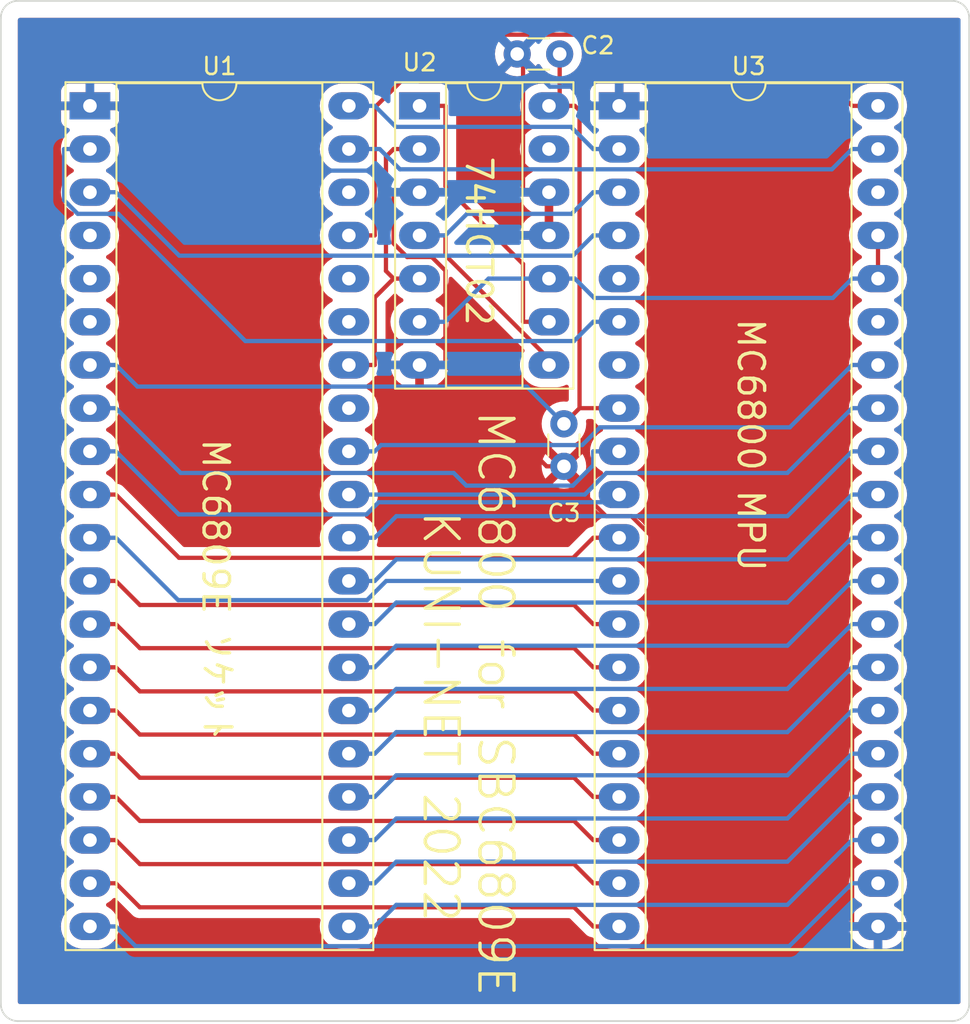
<source format=kicad_pcb>
(kicad_pcb (version 20211014) (generator pcbnew)
  (layers (0 "F.Cu" signal) (31 "B.Cu" signal) (34 "B.Paste" user) (35 "F.Paste" user) (36 "B.SilkS" user "B.Silkscreen") (37 "F.SilkS" user "F.Silkscreen") (38 "B.Mask" user) (39 "F.Mask" user) (44 "Edge.Cuts" user))
  (net 0 "")
  (net 1 "VCC")
  (net 2 "GND")
  (net 3 "/~{NMI}")
  (net 4 "/~{IRQ}")
  (net 8 "/A0")
  (net 9 "/A1")
  (net 10 "/A2")
  (net 11 "/A3")
  (net 12 "/A4")
  (net 13 "/A5")
  (net 14 "/A6")
  (net 15 "/A7")
  (net 16 "/A8")
  (net 17 "/A9")
  (net 18 "/A10")
  (net 19 "/A11")
  (net 20 "/A12")
  (net 21 "/A13")
  (net 22 "/A14")
  (net 23 "/A15")
  (net 24 "/D7")
  (net 25 "/D6")
  (net 26 "/D5")
  (net 27 "/D4")
  (net 28 "/D3")
  (net 29 "/D2")
  (net 30 "/D1")
  (net 31 "/D0")
  (net 32 "/R{slash}~{W}")
  (net 34 "/E")
  (net 37 "/~{RES}")
  (net 39 "/TSC")
  (net 40 "/~{HALT}")
  (net 41 "Net-(U2-Pad1)")
  (net 42 "/PHI1")
  (net 43 "/PHI2")
  (footprint "Package_DIP:DIP-14_W7.62mm_Socket_LongPads" (layer "F.Cu") (at 130.645 74.175)
    (fp_text reference "U2" (at 0 -2.55) (layer "F.SilkS"))
    (fp_text value "74HCT02")
    (fp_line (start -1.44 16.63) (end 9.06 16.63) (layer "F.SilkS") (width 0.12))
    (fp_line (start 9.06 -1.39) (end -1.44 -1.39) (layer "F.SilkS") (width 0.12))
    (fp_line (start 1.56 -1.33) (end 1.56 16.57) (layer "F.SilkS") (width 0.12))
    (fp_line (start 6.06 -1.33) (end 4.81 -1.33) (layer "F.SilkS") (width 0.12))
    (fp_line (start 1.56 16.57) (end 6.06 16.57) (layer "F.SilkS") (width 0.12))
    (fp_line (start 2.81 -1.33) (end 1.56 -1.33) (layer "F.SilkS") (width 0.12))
    (fp_line (start 6.06 16.57) (end 6.06 -1.33) (layer "F.SilkS") (width 0.12))
    (fp_line (start -1.44 -1.39) (end -1.44 16.63) (layer "F.SilkS") (width 0.12))
    (fp_line (start 9.06 16.63) (end 9.06 -1.39) (layer "F.SilkS") (width 0.12))
    (fp_arc (start 4.81 -1.33) (mid 3.81 -0.33) (end 2.81 -1.33) (layer "F.SilkS") (width 0.12))
    (pad "1" thru_hole rect (at 0 0) (size 2.4 1.6) (drill 0.8) (layers *.Cu *.Mask) (net 41 "Net-(U2-Pad1)"))
    (pad "2" thru_hole oval (at 0 2.54) (size 2.4 1.6) (drill 0.8) (layers *.Cu *.Mask) (net 34 "/E"))
    (pad "3" thru_hole oval (at 0 5.08) (size 2.4 1.6) (drill 0.8) (layers *.Cu *.Mask) (net 2 "GND"))
    (pad "4" thru_hole oval (at 0 7.62) (size 2.4 1.6) (drill 0.8) (layers *.Cu *.Mask) (net 42 "/PHI1"))
    (pad "5" thru_hole oval (at 0 10.16) (size 2.4 1.6) (drill 0.8) (layers *.Cu *.Mask) (net 34 "/E"))
    (pad "6" thru_hole oval (at 0 12.7) (size 2.4 1.6) (drill 0.8) (layers *.Cu *.Mask) (net 43 "/PHI2"))
    (pad "7" thru_hole oval (at 0 15.24) (size 2.4 1.6) (drill 0.8) (layers *.Cu *.Mask) (net 2 "GND"))
    (pad "8" thru_hole oval (at 7.62 15.24) (size 2.4 1.6) (drill 0.8) (layers *.Cu *.Mask) (net 42 "/PHI1"))
    (pad "9" thru_hole oval (at 7.62 12.7) (size 2.4 1.6) (drill 0.8) (layers *.Cu *.Mask) (net 41 "Net-(U2-Pad1)"))
    (pad "10" thru_hole oval (at 7.62 10.16) (size 2.4 1.6) (drill 0.8) (layers *.Cu *.Mask) (net 43 "/PHI2"))
    (pad "11" thru_hole oval (at 7.62 7.62) (size 2.4 1.6) (drill 0.8) (layers *.Cu *.Mask) (net 2 "GND"))
    (pad "12" thru_hole oval (at 7.62 5.08) (size 2.4 1.6) (drill 0.8) (layers *.Cu *.Mask) (net 2 "GND"))
    (pad "13" thru_hole oval (at 7.62 2.54) (size 2.4 1.6) (drill 0.8) (layers *.Cu *.Mask))
    (pad "14" thru_hole oval (at 7.62 0) (size 2.4 1.6) (drill 0.8) (layers *.Cu *.Mask) (net 1 "VCC"))
  )
  (footprint "Package_DIP:DIP-40_W15.24mm_Socket_LongPads" (layer "F.Cu") (at 111.245 74.175)
    (fp_text reference "U1" (at 7.62 -2.33) (layer "F.SilkS"))
    (fp_text value "MC6809E ソケット")
    (fp_line (start -1.44 49.65) (end 16.68 49.65) (layer "F.SilkS") (width 0.12))
    (fp_line (start 1.56 -1.33) (end 1.56 49.59) (layer "F.SilkS") (width 0.12))
    (fp_line (start 13.68 49.59) (end 13.68 -1.33) (layer "F.SilkS") (width 0.12))
    (fp_line (start 1.56 49.59) (end 13.68 49.59) (layer "F.SilkS") (width 0.12))
    (fp_line (start 13.68 -1.33) (end 8.62 -1.33) (layer "F.SilkS") (width 0.12))
    (fp_line (start 16.68 49.65) (end 16.68 -1.39) (layer "F.SilkS") (width 0.12))
    (fp_line (start -1.44 -1.39) (end -1.44 49.65) (layer "F.SilkS") (width 0.12))
    (fp_line (start 16.68 -1.39) (end -1.44 -1.39) (layer "F.SilkS") (width 0.12))
    (fp_line (start 6.62 -1.33) (end 1.56 -1.33) (layer "F.SilkS") (width 0.12))
    (fp_arc (start 8.62 -1.33) (mid 7.62 -0.33) (end 6.62 -1.33) (layer "F.SilkS") (width 0.12))
    (pad "1" thru_hole rect (at 0 0) (size 2.4 1.6) (drill 0.8) (layers *.Cu *.Mask) (net 2 "GND"))
    (pad "2" thru_hole oval (at 0 2.54) (size 2.4 1.6) (drill 0.8) (layers *.Cu *.Mask) (net 3 "/~{NMI}"))
    (pad "3" thru_hole oval (at 0 5.08) (size 2.4 1.6) (drill 0.8) (layers *.Cu *.Mask) (net 4 "/~{IRQ}"))
    (pad "4" thru_hole oval (at 0 7.62) (size 2.4 1.6) (drill 0.8) (layers *.Cu *.Mask))
    (pad "5" thru_hole oval (at 0 10.16) (size 2.4 1.6) (drill 0.8) (layers *.Cu *.Mask))
    (pad "6" thru_hole oval (at 0 12.7) (size 2.4 1.6) (drill 0.8) (layers *.Cu *.Mask))
    (pad "7" thru_hole oval (at 0 15.24) (size 2.4 1.6) (drill 0.8) (layers *.Cu *.Mask) (net 1 "VCC"))
    (pad "8" thru_hole oval (at 0 17.78) (size 2.4 1.6) (drill 0.8) (layers *.Cu *.Mask) (net 8 "/A0"))
    (pad "9" thru_hole oval (at 0 20.32) (size 2.4 1.6) (drill 0.8) (layers *.Cu *.Mask) (net 9 "/A1"))
    (pad "10" thru_hole oval (at 0 22.86) (size 2.4 1.6) (drill 0.8) (layers *.Cu *.Mask) (net 10 "/A2"))
    (pad "11" thru_hole oval (at 0 25.4) (size 2.4 1.6) (drill 0.8) (layers *.Cu *.Mask) (net 11 "/A3"))
    (pad "12" thru_hole oval (at 0 27.94) (size 2.4 1.6) (drill 0.8) (layers *.Cu *.Mask) (net 12 "/A4"))
    (pad "13" thru_hole oval (at 0 30.48) (size 2.4 1.6) (drill 0.8) (layers *.Cu *.Mask) (net 13 "/A5"))
    (pad "14" thru_hole oval (at 0 33.02) (size 2.4 1.6) (drill 0.8) (layers *.Cu *.Mask) (net 14 "/A6"))
    (pad "15" thru_hole oval (at 0 35.56) (size 2.4 1.6) (drill 0.8) (layers *.Cu *.Mask) (net 15 "/A7"))
    (pad "16" thru_hole oval (at 0 38.1) (size 2.4 1.6) (drill 0.8) (layers *.Cu *.Mask) (net 16 "/A8"))
    (pad "17" thru_hole oval (at 0 40.64) (size 2.4 1.6) (drill 0.8) (layers *.Cu *.Mask) (net 17 "/A9"))
    (pad "18" thru_hole oval (at 0 43.18) (size 2.4 1.6) (drill 0.8) (layers *.Cu *.Mask) (net 18 "/A10"))
    (pad "19" thru_hole oval (at 0 45.72) (size 2.4 1.6) (drill 0.8) (layers *.Cu *.Mask) (net 19 "/A11"))
    (pad "20" thru_hole oval (at 0 48.26) (size 2.4 1.6) (drill 0.8) (layers *.Cu *.Mask) (net 20 "/A12"))
    (pad "21" thru_hole oval (at 15.24 48.26) (size 2.4 1.6) (drill 0.8) (layers *.Cu *.Mask) (net 21 "/A13"))
    (pad "22" thru_hole oval (at 15.24 45.72) (size 2.4 1.6) (drill 0.8) (layers *.Cu *.Mask) (net 22 "/A14"))
    (pad "23" thru_hole oval (at 15.24 43.18) (size 2.4 1.6) (drill 0.8) (layers *.Cu *.Mask) (net 23 "/A15"))
    (pad "24" thru_hole oval (at 15.24 40.64) (size 2.4 1.6) (drill 0.8) (layers *.Cu *.Mask) (net 24 "/D7"))
    (pad "25" thru_hole oval (at 15.24 38.1) (size 2.4 1.6) (drill 0.8) (layers *.Cu *.Mask) (net 25 "/D6"))
    (pad "26" thru_hole oval (at 15.24 35.56) (size 2.4 1.6) (drill 0.8) (layers *.Cu *.Mask) (net 26 "/D5"))
    (pad "27" thru_hole oval (at 15.24 33.02) (size 2.4 1.6) (drill 0.8) (layers *.Cu *.Mask) (net 27 "/D4"))
    (pad "28" thru_hole oval (at 15.24 30.48) (size 2.4 1.6) (drill 0.8) (layers *.Cu *.Mask) (net 28 "/D3"))
    (pad "29" thru_hole oval (at 15.24 27.94) (size 2.4 1.6) (drill 0.8) (layers *.Cu *.Mask) (net 29 "/D2"))
    (pad "30" thru_hole oval (at 15.24 25.4) (size 2.4 1.6) (drill 0.8) (layers *.Cu *.Mask) (net 30 "/D1"))
    (pad "31" thru_hole oval (at 15.24 22.86) (size 2.4 1.6) (drill 0.8) (layers *.Cu *.Mask) (net 31 "/D0"))
    (pad "32" thru_hole oval (at 15.24 20.32) (size 2.4 1.6) (drill 0.8) (layers *.Cu *.Mask) (net 32 "/R{slash}~{W}"))
    (pad "33" thru_hole oval (at 15.24 17.78) (size 2.4 1.6) (drill 0.8) (layers *.Cu *.Mask))
    (pad "34" thru_hole oval (at 15.24 15.24) (size 2.4 1.6) (drill 0.8) (layers *.Cu *.Mask) (net 34 "/E"))
    (pad "35" thru_hole oval (at 15.24 12.7) (size 2.4 1.6) (drill 0.8) (layers *.Cu *.Mask))
    (pad "36" thru_hole oval (at 15.24 10.16) (size 2.4 1.6) (drill 0.8) (layers *.Cu *.Mask))
    (pad "37" thru_hole oval (at 15.24 7.62) (size 2.4 1.6) (drill 0.8) (layers *.Cu *.Mask) (net 37 "/~{RES}"))
    (pad "38" thru_hole oval (at 15.24 5.08) (size 2.4 1.6) (drill 0.8) (layers *.Cu *.Mask))
    (pad "39" thru_hole oval (at 15.24 2.54) (size 2.4 1.6) (drill 0.8) (layers *.Cu *.Mask) (net 39 "/TSC"))
    (pad "40" thru_hole oval (at 15.24 0) (size 2.4 1.6) (drill 0.8) (layers *.Cu *.Mask) (net 40 "/~{HALT}"))
  )
  (footprint "Capacitor_THT:C_Disc_D3.0mm_W1.6mm_P2.50mm" (layer "F.Cu") (at 139.145 92.875 -90)
    (fp_text reference "C3" (at 5.25 0 180) (layer "F.SilkS"))
    (fp_text value "0.1u")
    (fp_line (start 0.621 0.92) (end 1.879 0.92) (layer "F.SilkS") (width 0.12))
    (fp_line (start 0.621 -0.92) (end 1.879 -0.92) (layer "F.SilkS") (width 0.12))
    (pad "1" thru_hole circle (at 0 0 270) (size 1.6 1.6) (drill 0.8) (layers *.Cu *.Mask) (net 1 "VCC"))
    (pad "2" thru_hole circle (at 2.5 0 270) (size 1.6 1.6) (drill 0.8) (layers *.Cu *.Mask) (net 2 "GND"))
  )
  (footprint "Capacitor_THT:C_Disc_D3.0mm_W1.6mm_P2.50mm" (layer "F.Cu") (at 138.895 71.125 180)
    (fp_text reference "C2" (at -2.25 0.5) (layer "F.SilkS"))
    (fp_text value "0.1u")
    (fp_line (start 0.621 0.92) (end 1.879 0.92) (layer "F.SilkS") (width 0.12))
    (fp_line (start 0.621 -0.92) (end 1.879 -0.92) (layer "F.SilkS") (width 0.12))
    (pad "1" thru_hole circle (at 0 0 180) (size 1.6 1.6) (drill 0.8) (layers *.Cu *.Mask) (net 1 "VCC"))
    (pad "2" thru_hole circle (at 2.5 0 180) (size 1.6 1.6) (drill 0.8) (layers *.Cu *.Mask) (net 2 "GND"))
  )
  (footprint "Package_DIP:DIP-40_W15.24mm_Socket_LongPads" (layer "F.Cu") (at 142.395 74.175)
    (fp_text reference "U3" (at 7.62 -2.33) (layer "F.SilkS"))
    (fp_text value "MC6800")
    (fp_line (start 13.68 49.59) (end 13.68 -1.33) (layer "F.SilkS") (width 0.12))
    (fp_line (start 1.56 49.59) (end 13.68 49.59) (layer "F.SilkS") (width 0.12))
    (fp_line (start -1.44 -1.39) (end -1.44 49.65) (layer "F.SilkS") (width 0.12))
    (fp_line (start 13.68 -1.33) (end 8.62 -1.33) (layer "F.SilkS") (width 0.12))
    (fp_line (start 6.62 -1.33) (end 1.56 -1.33) (layer "F.SilkS") (width 0.12))
    (fp_line (start 16.68 49.65) (end 16.68 -1.39) (layer "F.SilkS") (width 0.12))
    (fp_line (start -1.44 49.65) (end 16.68 49.65) (layer "F.SilkS") (width 0.12))
    (fp_line (start 16.68 -1.39) (end -1.44 -1.39) (layer "F.SilkS") (width 0.12))
    (fp_line (start 1.56 -1.33) (end 1.56 49.59) (layer "F.SilkS") (width 0.12))
    (fp_arc (start 8.62 -1.33) (mid 7.62 -0.33) (end 6.62 -1.33) (layer "F.SilkS") (width 0.12))
    (pad "1" thru_hole rect (at 0 0) (size 2.4 1.6) (drill 0.8) (layers *.Cu *.Mask) (net 2 "GND"))
    (pad "2" thru_hole oval (at 0 2.54) (size 2.4 1.6) (drill 0.8) (layers *.Cu *.Mask) (net 40 "/~{HALT}"))
    (pad "3" thru_hole oval (at 0 5.08) (size 2.4 1.6) (drill 0.8) (layers *.Cu *.Mask) (net 42 "/PHI1"))
    (pad "4" thru_hole oval (at 0 7.62) (size 2.4 1.6) (drill 0.8) (layers *.Cu *.Mask) (net 4 "/~{IRQ}"))
    (pad "5" thru_hole oval (at 0 10.16) (size 2.4 1.6) (drill 0.8) (layers *.Cu *.Mask))
    (pad "6" thru_hole oval (at 0 12.7) (size 2.4 1.6) (drill 0.8) (layers *.Cu *.Mask) (net 3 "/~{NMI}"))
    (pad "7" thru_hole oval (at 0 15.24) (size 2.4 1.6) (drill 0.8) (layers *.Cu *.Mask))
    (pad "8" thru_hole oval (at 0 17.78) (size 2.4 1.6) (drill 0.8) (layers *.Cu *.Mask) (net 1 "VCC"))
    (pad "9" thru_hole oval (at 0 20.32) (size 2.4 1.6) (drill 0.8) (layers *.Cu *.Mask) (net 8 "/A0"))
    (pad "10" thru_hole oval (at 0 22.86) (size 2.4 1.6) (drill 0.8) (layers *.Cu *.Mask) (net 9 "/A1"))
    (pad "11" thru_hole oval (at 0 25.4) (size 2.4 1.6) (drill 0.8) (layers *.Cu *.Mask) (net 10 "/A2"))
    (pad "12" thru_hole oval (at 0 27.94) (size 2.4 1.6) (drill 0.8) (layers *.Cu *.Mask) (net 11 "/A3"))
    (pad "13" thru_hole oval (at 0 30.48) (size 2.4 1.6) (drill 0.8) (layers *.Cu *.Mask) (net 12 "/A4"))
    (pad "14" thru_hole oval (at 0 33.02) (size 2.4 1.6) (drill 0.8) (layers *.Cu *.Mask) (net 13 "/A5"))
    (pad "15" thru_hole oval (at 0 35.56) (size 2.4 1.6) (drill 0.8) (layers *.Cu *.Mask) (net 14 "/A6"))
    (pad "16" thru_hole oval (at 0 38.1) (size 2.4 1.6) (drill 0.8) (layers *.Cu *.Mask) (net 15 "/A7"))
    (pad "17" thru_hole oval (at 0 40.64) (size 2.4 1.6) (drill 0.8) (layers *.Cu *.Mask) (net 16 "/A8"))
    (pad "18" thru_hole oval (at 0 43.18) (size 2.4 1.6) (drill 0.8) (layers *.Cu *.Mask) (net 17 "/A9"))
    (pad "19" thru_hole oval (at 0 45.72) (size 2.4 1.6) (drill 0.8) (layers *.Cu *.Mask) (net 18 "/A10"))
    (pad "20" thru_hole oval (at 0 48.26) (size 2.4 1.6) (drill 0.8) (layers *.Cu *.Mask) (net 19 "/A11"))
    (pad "21" thru_hole oval (at 15.24 48.26) (size 2.4 1.6) (drill 0.8) (layers *.Cu *.Mask) (net 2 "GND"))
    (pad "22" thru_hole oval (at 15.24 45.72) (size 2.4 1.6) (drill 0.8) (layers *.Cu *.Mask) (net 20 "/A12"))
    (pad "23" thru_hole oval (at 15.24 43.18) (size 2.4 1.6) (drill 0.8) (layers *.Cu *.Mask) (net 21 "/A13"))
    (pad "24" thru_hole oval (at 15.24 40.64) (size 2.4 1.6) (drill 0.8) (layers *.Cu *.Mask) (net 22 "/A14"))
    (pad "25" thru_hole oval (at 15.24 38.1) (size 2.4 1.6) (drill 0.8) (layers *.Cu *.Mask) (net 23 "/A15"))
    (pad "26" thru_hole oval (at 15.24 35.56) (size 2.4 1.6) (drill 0.8) (layers *.Cu *.Mask) (net 24 "/D7"))
    (pad "27" thru_hole oval (at 15.24 33.02) (size 2.4 1.6) (drill 0.8) (layers *.Cu *.Mask) (net 25 "/D6"))
    (pad "28" thru_hole oval (at 15.24 30.48) (size 2.4 1.6) (drill 0.8) (layers *.Cu *.Mask) (net 26 "/D5"))
    (pad "29" thru_hole oval (at 15.24 27.94) (size 2.4 1.6) (drill 0.8) (layers *.Cu *.Mask) (net 27 "/D4"))
    (pad "30" thru_hole oval (at 15.24 25.4) (size 2.4 1.6) (drill 0.8) (layers *.Cu *.Mask) (net 28 "/D3"))
    (pad "31" thru_hole oval (at 15.24 22.86) (size 2.4 1.6) (drill 0.8) (layers *.Cu *.Mask) (net 29 "/D2"))
    (pad "32" thru_hole oval (at 15.24 20.32) (size 2.4 1.6) (drill 0.8) (layers *.Cu *.Mask) (net 30 "/D1"))
    (pad "33" thru_hole oval (at 15.24 17.78) (size 2.4 1.6) (drill 0.8) (layers *.Cu *.Mask) (net 31 "/D0"))
    (pad "34" thru_hole oval (at 15.24 15.24) (size 2.4 1.6) (drill 0.8) (layers *.Cu *.Mask) (net 32 "/R{slash}~{W}"))
    (pad "35" thru_hole oval (at 15.24 12.7) (size 2.4 1.6) (drill 0.8) (layers *.Cu *.Mask))
    (pad "36" thru_hole oval (at 15.24 10.16) (size 2.4 1.6) (drill 0.8) (layers *.Cu *.Mask) (net 43 "/PHI2"))
    (pad "37" thru_hole oval (at 15.24 7.62) (size 2.4 1.6) (drill 0.8) (layers *.Cu *.Mask) (net 43 "/PHI2"))
    (pad "38" thru_hole oval (at 15.24 5.08) (size 2.4 1.6) (drill 0.8) (layers *.Cu *.Mask))
    (pad "39" thru_hole oval (at 15.24 2.54) (size 2.4 1.6) (drill 0.8) (layers *.Cu *.Mask) (net 39 "/TSC"))
    (pad "40" thru_hole oval (at 15.24 0) (size 2.4 1.6) (drill 0.8) (layers *.Cu *.Mask) (net 37 "/~{RES}"))
  )
  (gr_line (start 107 68) (end 162 68) (layer "Edge.Cuts") (width 0.1))
  (gr_arc (start 163 127) (mid 162.707107 127.707107) (end 162 128) (layer "Edge.Cuts") (width 0.1))
  (gr_line (start 163 127) (end 163 69) (layer "Edge.Cuts") (width 0.1))
  (gr_arc (start 107 128) (mid 106.292893 127.707107) (end 106 127) (layer "Edge.Cuts") (width 0.1))
  (gr_line (start 106 127) (end 106 69) (layer "Edge.Cuts") (width 0.1))
  (gr_arc (start 162 68) (mid 162.707107 68.292893) (end 163 69) (layer "Edge.Cuts") (width 0.1))
  (gr_line (start 107 128) (end 162 128) (layer "Edge.Cuts") (width 0.1))
  (gr_arc (start 106 69) (mid 106.292893 68.292893) (end 107 68) (layer "Edge.Cuts") (width 0.1))
  (gr_text "MC6809E ソケット" (at 118.645 102.625 270) (layer "F.SilkS") (effects (font (size 1.5 1.5) (thickness 0.2))))
  (gr_text "MC6800 MPU" (at 150.145 94.125 270) (layer "F.SilkS") (effects (font (size 1.5 1.5) (thickness 0.2))))
  (gr_text "MC6800 for SBC6809E \nKUNI-NET 2022" (at 133.51 110.09 270) (layer "F.SilkS") (effects (font (size 2 2) (thickness 0.2))))
  (gr_text "74HCT02" (at 134.145 82.125 270) (layer "F.SilkS") (effects (font (size 1.5 1.5) (thickness 0.2))))
  (segment (start 138.895 74.175) (end 139.7903 74.175) (width 0.25) (layer "F.Cu") (net 1))
  (segment (start 138.895 71.125) (end 138.895 74.175) (width 0.25) (layer "F.Cu") (net 1))
  (segment (start 142.395 91.955) (end 140.065 91.955) (width 0.25) (layer "F.Cu") (net 1))
  (segment (start 140.065 91.955) (end 139.145 92.875) (width 0.25) (layer "F.Cu") (net 1))
  (segment (start 138.265 74.175) (end 138.895 74.175) (width 0.25) (layer "F.Cu") (net 1))
  (segment (start 140.065 74.4497) (end 139.7903 74.175) (width 0.25) (layer "F.Cu") (net 1))
  (segment (start 140.065 91.955) (end 140.065 74.4497) (width 0.25) (layer "F.Cu") (net 1))
  (segment (start 114.0403 90.685) (end 112.7703 89.415) (width 0.25) (layer "B.Cu") (net 1))
  (segment (start 136.955 90.685) (end 114.0403 90.685) (width 0.25) (layer "B.Cu") (net 1))
  (segment (start 139.145 92.875) (end 136.955 90.685) (width 0.25) (layer "B.Cu") (net 1))
  (segment (start 111.245 89.415) (end 112.7703 89.415) (width 0.25) (layer "B.Cu") (net 1))
  (segment (start 129.1197 82.2686) (end 129.9161 83.065) (width 0.25) (layer "F.Cu") (net 2))
  (segment (start 129.9161 83.065) (end 131.369 83.065) (width 0.25) (layer "F.Cu") (net 2))
  (segment (start 131.369 83.065) (end 132.1703 83.8663) (width 0.25) (layer "F.Cu") (net 2))
  (segment (start 130.645 89.415) (end 132.1703 89.415) (width 0.25) (layer "F.Cu") (net 2))
  (segment (start 157.635 122.435) (end 156.1097 122.435) (width 0.25) (layer "F.Cu") (net 2))
  (segment (start 141.623 98.305) (end 139.145 95.827) (width 0.25) (layer "F.Cu") (net 2))
  (segment (start 139.145 95.375) (end 138.1303 95.375) (width 0.25) (layer "F.Cu") (net 2))
  (segment (start 138.1303 95.375) (end 132.1703 89.415) (width 0.25) (layer "F.Cu") (net 2))
  (segment (start 143.1198 98.305) (end 141.623 98.305) (width 0.25) (layer "F.Cu") (net 2))
  (segment (start 129.1197 79.255) (end 129.1197 82.2686) (width 0.25) (layer "F.Cu") (net 2))
  (segment (start 132.1703 83.8663) (end 132.1703 89.415) (width 0.25) (layer "F.Cu") (net 2))
  (segment (start 156.1097 111.2949) (end 143.1198 98.305) (width 0.25) (layer "F.Cu") (net 2))
  (segment (start 138.265 79.255) (end 138.265 81.795) (width 0.25) (layer "F.Cu") (net 2))
  (segment (start 138.265 79.255) (end 136.7397 79.255) (width 0.25) (layer "F.Cu") (net 2))
  (segment (start 136.7397 71.4697) (end 136.395 71.125) (width 0.25) (layer "F.Cu") (net 2))
  (segment (start 139.145 95.827) (end 139.145 95.375) (width 0.25) (layer "F.Cu") (net 2))
  (segment (start 136.7397 79.255) (end 136.7397 71.4697) (width 0.25) (layer "F.Cu") (net 2))
  (segment (start 156.1097 122.435) (end 156.1097 111.2949) (width 0.25) (layer "F.Cu") (net 2))
  (segment (start 130.645 79.255) (end 129.1197 79.255) (width 0.25) (layer "F.Cu") (net 2))
  (segment (start 130.645 79.255) (end 129.1197 79.255) (width 0.25) (layer "B.Cu") (net 2))
  (segment (start 116.5803 77.985) (end 112.7703 74.175) (width 0.25) (layer "B.Cu") (net 2))
  (segment (start 127.8497 77.985) (end 116.5803 77.985) (width 0.25) (layer "B.Cu") (net 2))
  (segment (start 111.245 74.175) (end 112.7703 74.175) (width 0.25) (layer "B.Cu") (net 2))
  (segment (start 140.8697 74.175) (end 139.7444 73.0497) (width 0.25) (layer "B.Cu") (net 2))
  (segment (start 138.265 79.255) (end 130.645 79.255) (width 0.25) (layer "B.Cu") (net 2))
  (segment (start 138.3197 73.0497) (end 136.395 71.125) (width 0.25) (layer "B.Cu") (net 2))
  (segment (start 142.395 74.175) (end 140.8697 74.175) (width 0.25) (layer "B.Cu") (net 2))
  (segment (start 139.7444 73.0497) (end 138.3197 73.0497) (width 0.25) (layer "B.Cu") (net 2))
  (segment (start 129.1197 79.255) (end 127.8497 77.985) (width 0.25) (layer "B.Cu") (net 2))
  (segment (start 140.8697 86.875) (end 139.7384 88.0063) (width 0.25) (layer "B.Cu") (net 3))
  (segment (start 112.9103 80.525) (end 110.5233 80.525) (width 0.25) (layer "B.Cu") (net 3))
  (segment (start 109.7197 79.7214) (end 109.7197 76.715) (width 0.25) (layer "B.Cu") (net 3))
  (segment (start 142.395 86.875) (end 140.8697 86.875) (width 0.25) (layer "B.Cu") (net 3))
  (segment (start 111.245 76.715) (end 109.7197 76.715) (width 0.25) (layer "B.Cu") (net 3))
  (segment (start 110.5233 80.525) (end 109.7197 79.7214) (width 0.25) (layer "B.Cu") (net 3))
  (segment (start 120.3916 88.0063) (end 112.9103 80.525) (width 0.25) (layer "B.Cu") (net 3))
  (segment (start 139.7384 88.0063) (end 120.3916 88.0063) (width 0.25) (layer "B.Cu") (net 3))
  (segment (start 139.6791 82.9856) (end 116.5009 82.9856) (width 0.25) (layer "B.Cu") (net 4))
  (segment (start 142.395 81.795) (end 140.8697 81.795) (width 0.25) (layer "B.Cu") (net 4))
  (segment (start 111.245 79.255) (end 112.7703 79.255) (width 0.25) (layer "B.Cu") (net 4))
  (segment (start 116.5009 82.9856) (end 112.7703 79.255) (width 0.25) (layer "B.Cu") (net 4))
  (segment (start 140.8697 81.795) (end 139.6791 82.9856) (width 0.25) (layer "B.Cu") (net 4))
  (segment (start 116.5803 95.765) (end 112.7703 91.955) (width 0.25) (layer "B.Cu") (net 8))
  (segment (start 111.245 91.955) (end 112.7703 91.955) (width 0.25) (layer "B.Cu") (net 8))
  (segment (start 140.8697 94.495) (end 140.8697 95.3094) (width 0.25) (layer "B.Cu") (net 8))
  (segment (start 132.6552 95.765) (end 116.5803 95.765) (width 0.25) (layer "B.Cu") (net 8))
  (segment (start 140.8697 95.3094) (end 139.6689 96.5102) (width 0.25) (layer "B.Cu") (net 8))
  (segment (start 139.6689 96.5102) (end 133.4004 96.5102) (width 0.25) (layer "B.Cu") (net 8))
  (segment (start 142.395 94.495) (end 140.8697 94.495) (width 0.25) (layer "B.Cu") (net 8))
  (segment (start 133.4004 96.5102) (end 132.6552 95.765) (width 0.25) (layer "B.Cu") (net 8))
  (segment (start 128.2411 97.4854) (end 127.524 98.2025) (width 0.25) (layer "B.Cu") (net 9))
  (segment (start 142.395 97.035) (end 141.9446 97.4854) (width 0.25) (layer "B.Cu") (net 9))
  (segment (start 127.524 98.2025) (end 116.4778 98.2025) (width 0.25) (layer "B.Cu") (net 9))
  (segment (start 141.9446 97.4854) (end 128.2411 97.4854) (width 0.25) (layer "B.Cu") (net 9))
  (segment (start 116.4778 98.2025) (end 112.7703 94.495) (width 0.25) (layer "B.Cu") (net 9))
  (segment (start 111.245 94.495) (end 112.7703 94.495) (width 0.25) (layer "B.Cu") (net 9))
  (segment (start 139.6883 100.7564) (end 116.4917 100.7564) (width 0.25) (layer "F.Cu") (net 10))
  (segment (start 140.8697 99.575) (end 139.6883 100.7564) (width 0.25) (layer "F.Cu") (net 10))
  (segment (start 142.395 99.575) (end 140.8697 99.575) (width 0.25) (layer "F.Cu") (net 10))
  (segment (start 111.245 97.035) (end 112.7703 97.035) (width 0.25) (layer "F.Cu") (net 10))
  (segment (start 116.4917 100.7564) (end 112.7703 97.035) (width 0.25) (layer "F.Cu") (net 10))
  (segment (start 111.245 99.575) (end 112.7703 99.575) (width 0.25) (layer "B.Cu") (net 11))
  (segment (start 127.5574 103.2428) (end 128.6852 102.115) (width 0.25) (layer "B.Cu") (net 11))
  (segment (start 116.4381 103.2428) (end 127.5574 103.2428) (width 0.25) (layer "B.Cu") (net 11))
  (segment (start 112.7703 99.575) (end 116.4381 103.2428) (width 0.25) (layer "B.Cu") (net 11))
  (segment (start 128.6852 102.115) (end 142.395 102.115) (width 0.25) (layer "B.Cu") (net 11))
  (segment (start 139.7443 103.5296) (end 114.1849 103.5296) (width 0.25) (layer "F.Cu") (net 12))
  (segment (start 114.1849 103.5296) (end 112.7703 102.115) (width 0.25) (layer "F.Cu") (net 12))
  (segment (start 111.245 102.115) (end 112.7703 102.115) (width 0.25) (layer "F.Cu") (net 12))
  (segment (start 140.8697 104.655) (end 139.7443 103.5296) (width 0.25) (layer "F.Cu") (net 12))
  (segment (start 142.395 104.655) (end 140.8697 104.655) (width 0.25) (layer "F.Cu") (net 12))
  (segment (start 111.245 104.655) (end 112.7703 104.655) (width 0.25) (layer "F.Cu") (net 13))
  (segment (start 142.395 107.195) (end 140.8697 107.195) (width 0.25) (layer "F.Cu") (net 13))
  (segment (start 114.1849 106.0696) (end 112.7703 104.655) (width 0.25) (layer "F.Cu") (net 13))
  (segment (start 139.7443 106.0696) (end 114.1849 106.0696) (width 0.25) (layer "F.Cu") (net 13))
  (segment (start 140.8697 107.195) (end 139.7443 106.0696) (width 0.25) (layer "F.Cu") (net 13))
  (segment (start 140.8697 109.735) (end 139.7443 108.6096) (width 0.25) (layer "F.Cu") (net 14))
  (segment (start 114.1849 108.6096) (end 112.7703 107.195) (width 0.25) (layer "F.Cu") (net 14))
  (segment (start 142.395 109.735) (end 140.8697 109.735) (width 0.25) (layer "F.Cu") (net 14))
  (segment (start 111.245 107.195) (end 112.7703 107.195) (width 0.25) (layer "F.Cu") (net 14))
  (segment (start 139.7443 108.6096) (end 114.1849 108.6096) (width 0.25) (layer "F.Cu") (net 14))
  (segment (start 111.245 109.735) (end 112.7703 109.735) (width 0.25) (layer "F.Cu") (net 15))
  (segment (start 114.1849 111.1496) (end 112.7703 109.735) (width 0.25) (layer "F.Cu") (net 15))
  (segment (start 142.395 112.275) (end 140.8697 112.275) (width 0.25) (layer "F.Cu") (net 15))
  (segment (start 140.8697 112.275) (end 139.7443 111.1496) (width 0.25) (layer "F.Cu") (net 15))
  (segment (start 139.7443 111.1496) (end 114.1849 111.1496) (width 0.25) (layer "F.Cu") (net 15))
  (segment (start 142.395 114.815) (end 140.8697 114.815) (width 0.25) (layer "F.Cu") (net 16))
  (segment (start 139.7443 113.6896) (end 114.1849 113.6896) (width 0.25) (layer "F.Cu") (net 16))
  (segment (start 140.8697 114.815) (end 139.7443 113.6896) (width 0.25) (layer "F.Cu") (net 16))
  (segment (start 111.245 112.275) (end 112.7703 112.275) (width 0.25) (layer "F.Cu") (net 16))
  (segment (start 114.1849 113.6896) (end 112.7703 112.275) (width 0.25) (layer "F.Cu") (net 16))
  (segment (start 140.8697 117.355) (end 139.7443 116.2296) (width 0.25) (layer "F.Cu") (net 17))
  (segment (start 142.395 117.355) (end 140.8697 117.355) (width 0.25) (layer "F.Cu") (net 17))
  (segment (start 114.1849 116.2296) (end 112.7703 114.815) (width 0.25) (layer "F.Cu") (net 17))
  (segment (start 139.7443 116.2296) (end 114.1849 116.2296) (width 0.25) (layer "F.Cu") (net 17))
  (segment (start 111.245 114.815) (end 112.7703 114.815) (width 0.25) (layer "F.Cu") (net 17))
  (segment (start 114.1849 118.7696) (end 112.7703 117.355) (width 0.25) (layer "F.Cu") (net 18))
  (segment (start 111.245 117.355) (end 112.7703 117.355) (width 0.25) (layer "F.Cu") (net 18))
  (segment (start 142.395 119.895) (end 140.8697 119.895) (width 0.25) (layer "F.Cu") (net 18))
  (segment (start 140.8697 119.895) (end 139.7443 118.7696) (width 0.25) (layer "F.Cu") (net 18))
  (segment (start 139.7443 118.7696) (end 114.1849 118.7696) (width 0.25) (layer "F.Cu") (net 18))
  (segment (start 114.1849 121.3096) (end 112.7703 119.895) (width 0.25) (layer "F.Cu") (net 19))
  (segment (start 139.7443 121.3096) (end 114.1849 121.3096) (width 0.25) (layer "F.Cu") (net 19))
  (segment (start 111.245 119.895) (end 112.7703 119.895) (width 0.25) (layer "F.Cu") (net 19))
  (segment (start 140.8697 122.435) (end 139.7443 121.3096) (width 0.25) (layer "F.Cu") (net 19))
  (segment (start 142.395 122.435) (end 140.8697 122.435) (width 0.25) (layer "F.Cu") (net 19))
  (segment (start 152.4107 123.594) (end 113.9293 123.594) (width 0.25) (layer "B.Cu") (net 20))
  (segment (start 111.245 122.435) (end 112.7703 122.435) (width 0.25) (layer "B.Cu") (net 20))
  (segment (start 113.9293 123.594) (end 112.7703 122.435) (width 0.25) (layer "B.Cu") (net 20))
  (segment (start 156.1097 119.895) (end 152.4107 123.594) (width 0.25) (layer "B.Cu") (net 20))
  (segment (start 157.635 119.895) (end 156.1097 119.895) (width 0.25) (layer "B.Cu") (net 20))
  (segment (start 157.635 117.355) (end 156.1097 117.355) (width 0.25) (layer "B.Cu") (net 21))
  (segment (start 152.2997 121.165) (end 129.2803 121.165) (width 0.25) (layer "B.Cu") (net 21))
  (segment (start 156.1097 117.355) (end 152.2997 121.165) (width 0.25) (layer "B.Cu") (net 21))
  (segment (start 126.485 122.435) (end 128.0103 122.435) (width 0.25) (layer "B.Cu") (net 21))
  (segment (start 129.2803 121.165) (end 128.0103 122.435) (width 0.25) (layer "B.Cu") (net 21))
  (segment (start 157.635 114.815) (end 156.1097 114.815) (width 0.25) (layer "B.Cu") (net 22))
  (segment (start 156.1097 114.815) (end 152.2997 118.625) (width 0.25) (layer "B.Cu") (net 22))
  (segment (start 129.2803 118.625) (end 128.0103 119.895) (width 0.25) (layer "B.Cu") (net 22))
  (segment (start 126.485 119.895) (end 128.0103 119.895) (width 0.25) (layer "B.Cu") (net 22))
  (segment (start 152.2997 118.625) (end 129.2803 118.625) (width 0.25) (layer "B.Cu") (net 22))
  (segment (start 156.1097 112.275) (end 152.2997 116.085) (width 0.25) (layer "B.Cu") (net 23))
  (segment (start 129.2803 116.085) (end 128.0103 117.355) (width 0.25) (layer "B.Cu") (net 23))
  (segment (start 152.2997 116.085) (end 129.2803 116.085) (width 0.25) (layer "B.Cu") (net 23))
  (segment (start 157.635 112.275) (end 156.1097 112.275) (width 0.25) (layer "B.Cu") (net 23))
  (segment (start 126.485 117.355) (end 128.0103 117.355) (width 0.25) (layer "B.Cu") (net 23))
  (segment (start 156.1097 109.735) (end 152.2997 113.545) (width 0.25) (layer "B.Cu") (net 24))
  (segment (start 157.635 109.735) (end 156.1097 109.735) (width 0.25) (layer "B.Cu") (net 24))
  (segment (start 126.485 114.815) (end 128.0103 114.815) (width 0.25) (layer "B.Cu") (net 24))
  (segment (start 129.2803 113.545) (end 128.0103 114.815) (width 0.25) (layer "B.Cu") (net 24))
  (segment (start 152.2997 113.545) (end 129.2803 113.545) (width 0.25) (layer "B.Cu") (net 24))
  (segment (start 157.635 107.195) (end 156.1097 107.195) (width 0.25) (layer "B.Cu") (net 25))
  (segment (start 126.485 112.275) (end 128.0103 112.275) (width 0.25) (layer "B.Cu") (net 25))
  (segment (start 129.2803 111.005) (end 128.0103 112.275) (width 0.25) (layer "B.Cu") (net 25))
  (segment (start 152.2997 111.005) (end 129.2803 111.005) (width 0.25) (layer "B.Cu") (net 25))
  (segment (start 156.1097 107.195) (end 152.2997 111.005) (width 0.25) (layer "B.Cu") (net 25))
  (segment (start 156.1097 104.655) (end 152.2997 108.465) (width 0.25) (layer "B.Cu") (net 26))
  (segment (start 126.485 109.735) (end 128.0103 109.735) (width 0.25) (layer "B.Cu") (net 26))
  (segment (start 152.2997 108.465) (end 129.2803 108.465) (width 0.25) (layer "B.Cu") (net 26))
  (segment (start 129.2803 108.465) (end 128.0103 109.735) (width 0.25) (layer "B.Cu") (net 26))
  (segment (start 157.635 104.655) (end 156.1097 104.655) (width 0.25) (layer "B.Cu") (net 26))
  (segment (start 156.1097 102.115) (end 152.2997 105.925) (width 0.25) (layer "B.Cu") (net 27))
  (segment (start 157.635 102.115) (end 156.1097 102.115) (width 0.25) (layer "B.Cu") (net 27))
  (segment (start 152.2997 105.925) (end 129.2803 105.925) (width 0.25) (layer "B.Cu") (net 27))
  (segment (start 129.2803 105.925) (end 128.0103 107.195) (width 0.25) (layer "B.Cu") (net 27))
  (segment (start 126.485 107.195) (end 128.0103 107.195) (width 0.25) (layer "B.Cu") (net 27))
  (segment (start 152.2997 103.385) (end 129.2803 103.385) (width 0.25) (layer "B.Cu") (net 28))
  (segment (start 126.485 104.655) (end 128.0103 104.655) (width 0.25) (layer "B.Cu") (net 28))
  (segment (start 129.2803 103.385) (end 128.0103 104.655) (width 0.25) (layer "B.Cu") (net 28))
  (segment (start 157.635 99.575) (end 156.1097 99.575) (width 0.25) (layer "B.Cu") (net 28))
  (segment (start 156.1097 99.575) (end 152.2997 103.385) (width 0.25) (layer "B.Cu") (net 28))
  (segment (start 157.635 97.035) (end 156.1097 97.035) (width 0.25) (layer "B.Cu") (net 29))
  (segment (start 129.2803 100.845) (end 128.0103 102.115) (width 0.25) (layer "B.Cu") (net 29))
  (segment (start 126.485 102.115) (end 128.0103 102.115) (width 0.25) (layer "B.Cu") (net 29))
  (segment (start 156.1097 97.035) (end 152.2997 100.845) (width 0.25) (layer "B.Cu") (net 29))
  (segment (start 152.2997 100.845) (end 129.2803 100.845) (width 0.25) (layer "B.Cu") (net 29))
  (segment (start 126.485 99.575) (end 128.0103 99.575) (width 0.25) (layer "B.Cu") (net 30))
  (segment (start 157.635 94.495) (end 156.1097 94.495) (width 0.25) (layer "B.Cu") (net 30))
  (segment (start 156.1097 94.495) (end 152.2997 98.305) (width 0.25) (layer "B.Cu") (net 30))
  (segment (start 152.2997 98.305) (end 129.2803 98.305) (width 0.25) (layer "B.Cu") (net 30))
  (segment (start 129.2803 98.305) (end 128.0103 99.575) (width 0.25) (layer "B.Cu") (net 30))
  (segment (start 152.2997 95.765) (end 141.6451 95.765) (width 0.25) (layer "B.Cu") (net 31))
  (segment (start 156.1097 91.955) (end 152.2997 95.765) (width 0.25) (layer "B.Cu") (net 31))
  (segment (start 157.635 91.955) (end 156.1097 91.955) (width 0.25) (layer "B.Cu") (net 31))
  (segment (start 140.3751 97.035) (end 126.485 97.035) (width 0.25) (layer "B.Cu") (net 31))
  (segment (start 141.6451 95.765) (end 140.3751 97.035) (width 0.25) (layer "B.Cu") (net 31))
  (segment (start 128.3803 94.125) (end 128.0103 94.495) (width 0.25) (layer "B.Cu") (net 32))
  (segment (start 152.4443 93.0804) (end 141.2698 93.0804) (width 0.25) (layer "B.Cu") (net 32))
  (segment (start 157.635 89.415) (end 156.1097 89.415) (width 0.25) (layer "B.Cu") (net 32))
  (segment (start 141.2698 93.0804) (end 140.2252 94.125) (width 0.25) (layer "B.Cu") (net 32))
  (segment (start 126.485 94.495) (end 128.0103 94.495) (width 0.25) (layer "B.Cu") (net 32))
  (segment (start 156.1097 89.415) (end 152.4443 93.0804) (width 0.25) (layer "B.Cu") (net 32))
  (segment (start 140.2252 94.125) (end 128.3803 94.125) (width 0.25) (layer "B.Cu") (net 32))
  (segment (start 129.1197 84.335) (end 128.6694 83.8847) (width 0.25) (layer "F.Cu") (net 34))
  (segment (start 130.645 84.335) (end 129.2323 84.335) (width 0.25) (layer "F.Cu") (net 34))
  (segment (start 129.2323 84.335) (end 129.1197 84.335) (width 0.25) (layer "F.Cu") (net 34))
  (segment (start 130.645 76.715) (end 129.1197 76.715) (width 0.25) (layer "F.Cu") (net 34))
  (segment (start 128.6694 77.1653) (end 129.1197 76.715) (width 0.25) (layer "F.Cu") (net 34))
  (segment (start 126.485 89.415) (end 128.0103 89.415) (width 0.25) (layer "F.Cu") (net 34))
  (segment (start 128.6694 83.8847) (end 128.6694 77.1653) (width 0.25) (layer "F.Cu") (net 34))
  (segment (start 128.0103 85.4444) (end 129.1197 84.335) (width 0.25) (layer "F.Cu") (net 34))
  (segment (start 128.0103 89.415) (end 128.0103 85.4444) (width 0.25) (layer "F.Cu") (net 34))
  (segment (start 157.635 74.175) (end 156.1097 74.175) (width 0.25) (layer "F.Cu") (net 37))
  (segment (start 128.0103 74.2735) (end 128.0103 81.795) (width 0.25) (layer "F.Cu") (net 37))
  (segment (start 132.2942 69.9896) (end 128.0103 74.2735) (width 0.25) (layer "F.Cu") (net 37))
  (segment (start 151.9243 69.9896) (end 132.2942 69.9896) (width 0.25) (layer "F.Cu") (net 37))
  (segment (start 156.1097 74.175) (end 151.9243 69.9896) (width 0.25) (layer "F.Cu") (net 37))
  (segment (start 126.485 81.795) (end 128.0103 81.795) (width 0.25) (layer "F.Cu") (net 37))
  (segment (start 128.3 76.715) (end 126.485 76.715) (width 0.25) (layer "B.Cu") (net 39))
  (segment (start 129.4915 77.9065) (end 128.3 76.715) (width 0.25) (layer "B.Cu") (net 39))
  (segment (start 156.1097 76.715) (end 154.9182 77.9065) (width 0.25) (layer "B.Cu") (net 39))
  (segment (start 157.635 76.715) (end 156.1097 76.715) (width 0.25) (layer "B.Cu") (net 39))
  (segment (start 154.9182 77.9065) (end 129.4915 77.9065) (width 0.25) (layer "B.Cu") (net 39))
  (segment (start 140.8697 76.715) (end 139.5655 75.4108) (width 0.25) (layer "B.Cu") (net 40))
  (segment (start 139.5655 75.4108) (end 129.2461 75.4108) (width 0.25) (layer "B.Cu") (net 40))
  (segment (start 129.2461 75.4108) (end 128.0103 74.175) (width 0.25) (layer "B.Cu") (net 40))
  (segment (start 126.485 74.175) (end 128.0103 74.175) (width 0.25) (layer "B.Cu") (net 40))
  (segment (start 142.395 76.715) (end 140.8697 76.715) (width 0.25) (layer "B.Cu") (net 40))
  (segment (start 138.265 86.875) (end 136.7397 86.875) (width 0.25) (layer "F.Cu") (net 41))
  (segment (start 132.1703 78.9073) (end 136.7397 83.4767) (width 0.25) (layer "F.Cu") (net 41))
  (segment (start 132.1703 74.175) (end 132.1703 78.9073) (width 0.25) (layer "F.Cu") (net 41))
  (segment (start 130.645 74.175) (end 132.1703 74.175) (width 0.25) (layer "F.Cu") (net 41))
  (segment (start 136.7397 83.4767) (end 136.7397 86.875) (width 0.25) (layer "F.Cu") (net 41))
  (segment (start 138.265 89.415) (end 138.3239 89.415) (width 0.25) (layer "F.Cu") (net 42))
  (segment (start 132.1703 82.9631) (end 132.1703 81.795) (width 0.25) (layer "F.Cu") (net 42))
  (segment (start 130.645 81.795) (end 132.1703 81.795) (width 0.25) (layer "F.Cu") (net 42))
  (segment (start 138.3239 89.1167) (end 132.1703 82.9631) (width 0.25) (layer "F.Cu") (net 42))
  (segment (start 138.3239 89.415) (end 138.3239 89.1167) (width 0.25) (layer "F.Cu") (net 42))
  (segment (start 133.4403 80.525) (end 132.1703 81.795) (width 0.25) (layer "B.Cu") (net 42))
  (segment (start 130.645 81.795) (end 132.1703 81.795) (width 0.25) (layer "B.Cu") (net 42))
  (segment (start 140.8697 79.255) (end 139.5997 80.525) (width 0.25) (layer "B.Cu") (net 42))
  (segment (start 142.395 79.255) (end 140.8697 79.255) (width 0.25) (layer "B.Cu") (net 42))
  (segment (start 139.5997 80.525) (end 133.4403 80.525) (width 0.25) (layer "B.Cu") (net 42))
  (segment (start 157.635 81.795) (end 157.635 84.335) (width 0.25) (layer "F.Cu") (net 43))
  (segment (start 138.265 84.335) (end 139.7903 84.335) (width 0.25) (layer "B.Cu") (net 43))
  (segment (start 130.645 86.875) (end 132.1703 86.875) (width 0.25) (layer "B.Cu") (net 43))
  (segment (start 138.265 84.335) (end 134.7103 84.335) (width 0.25) (layer "B.Cu") (net 43))
  (segment (start 156.1097 84.335) (end 154.9726 85.4721) (width 0.25) (layer "B.Cu") (net 43))
  (segment (start 140.9274 85.4721) (end 139.7903 84.335) (width 0.25) (layer "B.Cu") (net 43))
  (segment (start 134.7103 84.335) (end 132.1703 86.875) (width 0.25) (layer "B.Cu") (net 43))
  (segment (start 154.9726 85.4721) (end 140.9274 85.4721) (width 0.25) (layer "B.Cu") (net 43))
  (segment (start 157.635 84.335) (end 156.1097 84.335) (width 0.25) (layer "B.Cu") (net 43))
  (zone (net 2) (net_name "GND") (layers F&B.Cu) (connect_pads (clearance 0.508)) (min_thickness 0.254) (fill yes (thermal_gap 0.508) (thermal_bridge_width 0.508))
    (polygon (pts (xy 162.5 127) (xy 107 127) (xy 107 69) (xy 162.5 69)))
  )
)
</source>
